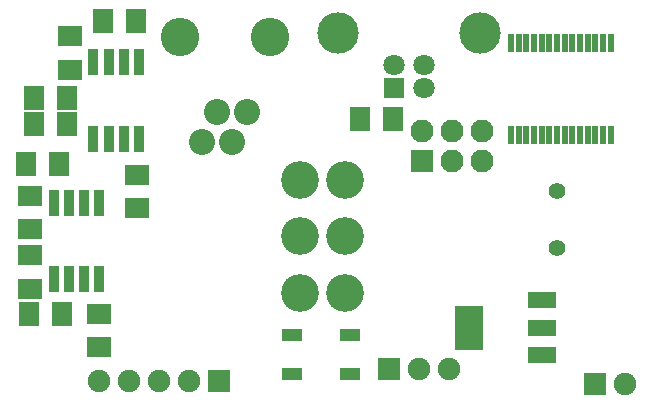
<source format=gbr>
G04 DipTrace 2.4.0.2*
%INBottomMask.gbr*%
%MOIN*%
%ADD41C,0.128*%
%ADD51C,0.056*%
%ADD53C,0.138*%
%ADD55C,0.071*%
%ADD57R,0.071X0.071*%
%ADD59R,0.0671X0.0435*%
%ADD65C,0.0868*%
%ADD67C,0.1261*%
%ADD69R,0.0317X0.0868*%
%ADD71C,0.0769*%
%ADD73R,0.0769X0.0769*%
%ADD75R,0.0198X0.0631*%
%ADD81R,0.0789X0.071*%
%ADD83R,0.071X0.0789*%
%ADD85C,0.075*%
%ADD87R,0.075X0.075*%
%ADD89R,0.0946X0.1498*%
%ADD91R,0.096X0.056*%
%FSLAX44Y44*%
G04*
G70*
G90*
G75*
G01*
%LNBotMask*%
%LPD*%
D91*
X22254Y7441D3*
Y6535D3*
Y5630D3*
D89*
X19817Y6535D3*
D87*
X11503Y4753D3*
D85*
X10503D3*
X9503D3*
X8503D3*
X7503D3*
D83*
X17289Y13505D3*
X16186D3*
X6440Y13315D3*
X5338D3*
X6252Y7004D3*
X5150D3*
D81*
X5190Y8941D3*
Y7839D3*
D83*
X6440Y14190D3*
X5338D3*
D81*
X7503Y5878D3*
Y6980D3*
X8764Y10514D3*
Y11616D3*
D83*
X7639Y16741D3*
X8741D3*
X5065Y12004D3*
X6167D3*
D75*
X24553Y12941D3*
X24297D3*
X24042D3*
X23786D3*
X23530D3*
X23274D3*
X23018D3*
X22762D3*
X22506D3*
X22250D3*
X21994D3*
X21738D3*
X21482D3*
X21227D3*
Y16012D3*
X21482D3*
X21738D3*
X21994D3*
X22250D3*
X22506D3*
X22762D3*
X23018D3*
X23274D3*
X23530D3*
X23786D3*
X24042D3*
X24297D3*
X24553D3*
D73*
X18262Y12074D3*
D71*
X19262D3*
X20262D3*
Y13074D3*
X19262D3*
X18262D3*
D69*
X5997Y10701D3*
X6500D3*
X7004D3*
X7508D3*
Y8142D3*
X7004D3*
X6500D3*
X5997D3*
X7309Y15388D3*
X7813D3*
X8317D3*
X8821D3*
Y12829D3*
X8317D3*
X7813D3*
X7309D3*
D67*
X14190Y7690D3*
Y9580D3*
Y11470D3*
X15690Y11472D3*
Y9582D3*
Y7692D3*
D87*
X24029Y4653D3*
D85*
X25029D3*
D87*
X17159Y5149D3*
D85*
X18159D3*
X19159D3*
D81*
X6514Y15139D3*
Y16241D3*
X5190Y9816D3*
Y10919D3*
D65*
X12427Y13720D3*
X11927Y12720D3*
X11427Y13720D3*
X10927Y12720D3*
D41*
X10177Y16220D3*
X13177D3*
D59*
X13931Y5000D3*
Y6299D3*
X15860D3*
Y5000D3*
D57*
X17339Y14511D3*
D55*
X18323D3*
Y15298D3*
X17339D3*
D53*
X20201Y16365D3*
X15461D3*
D51*
X22759Y11081D3*
Y9181D3*
M02*

</source>
